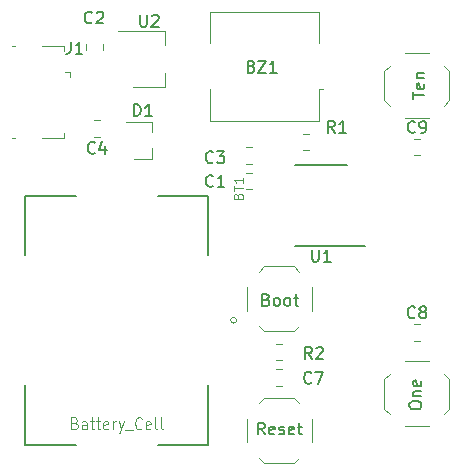
<source format=gbr>
G04 #@! TF.GenerationSoftware,KiCad,Pcbnew,5.1.4*
G04 #@! TF.CreationDate,2019-09-01T13:26:14+02:00*
G04 #@! TF.ProjectId,kroneum,6b726f6e-6575-46d2-9e6b-696361645f70,rev?*
G04 #@! TF.SameCoordinates,PX9eae8f0PY7ec80e0*
G04 #@! TF.FileFunction,Legend,Top*
G04 #@! TF.FilePolarity,Positive*
%FSLAX46Y46*%
G04 Gerber Fmt 4.6, Leading zero omitted, Abs format (unit mm)*
G04 Created by KiCad (PCBNEW 5.1.4) date 2019-09-01 13:26:14*
%MOMM*%
%LPD*%
G04 APERTURE LIST*
%ADD10C,0.120000*%
%ADD11C,0.150000*%
%ADD12C,0.100000*%
%ADD13C,0.050000*%
G04 APERTURE END LIST*
D10*
G04 #@! TO.C,J1*
X-36052500Y34190000D02*
X-36502500Y34190000D01*
X-36052500Y34190000D02*
X-36052500Y33740000D01*
X-36602500Y28590000D02*
X-36602500Y29040000D01*
X-38452500Y28590000D02*
X-36602500Y28590000D01*
X-41002500Y36390000D02*
X-40752500Y36390000D01*
X-41002500Y28590000D02*
X-40752500Y28590000D01*
X-38452500Y36390000D02*
X-36602500Y36390000D01*
X-36602500Y36390000D02*
X-36602500Y35940000D01*
D11*
G04 #@! TO.C,U1*
X-12590000Y26345000D02*
X-17040000Y26345000D01*
X-11065000Y19445000D02*
X-17040000Y19445000D01*
D10*
G04 #@! TO.C,U2*
X-28035000Y37680000D02*
X-28035000Y36480000D01*
X-32035000Y37680000D02*
X-28035000Y37680000D01*
X-28035000Y32880000D02*
X-30735000Y32880000D01*
X-28035000Y34080000D02*
X-28035000Y32880000D01*
G04 #@! TO.C,One*
X-8990000Y8640000D02*
X-9440000Y8190000D01*
X-8990000Y5240000D02*
X-9440000Y5690000D01*
X-4390000Y5240000D02*
X-3940000Y5690000D01*
X-4390000Y8640000D02*
X-3940000Y8190000D01*
X-5690000Y4190000D02*
X-7690000Y4190000D01*
X-9440000Y8190000D02*
X-9440000Y5690000D01*
X-5690000Y9690000D02*
X-7690000Y9690000D01*
X-3940000Y8190000D02*
X-3940000Y5690000D01*
G04 #@! TO.C,C1*
X-21176252Y24255000D02*
X-20653748Y24255000D01*
X-21176252Y25675000D02*
X-20653748Y25675000D01*
G04 #@! TO.C,C3*
X-21176252Y27825000D02*
X-20653748Y27825000D01*
X-21176252Y26405000D02*
X-20653748Y26405000D01*
G04 #@! TO.C,C7*
X-18103748Y7630000D02*
X-18626252Y7630000D01*
X-18103748Y9050000D02*
X-18626252Y9050000D01*
G04 #@! TO.C,C8*
X-6951252Y12850000D02*
X-6428748Y12850000D01*
X-6951252Y11430000D02*
X-6428748Y11430000D01*
G04 #@! TO.C,C9*
X-6951252Y27130000D02*
X-6428748Y27130000D01*
X-6951252Y28550000D02*
X-6428748Y28550000D01*
G04 #@! TO.C,R1*
X-16376252Y27555000D02*
X-15853748Y27555000D01*
X-16376252Y28975000D02*
X-15853748Y28975000D01*
G04 #@! TO.C,R2*
X-18103748Y9780000D02*
X-18626252Y9780000D01*
X-18103748Y11200000D02*
X-18626252Y11200000D01*
G04 #@! TO.C,D1*
X-29155000Y26840000D02*
X-29155000Y27770000D01*
X-29155000Y30000000D02*
X-29155000Y29070000D01*
X-29155000Y30000000D02*
X-31315000Y30000000D01*
X-29155000Y26840000D02*
X-30615000Y26840000D01*
G04 #@! TO.C,BZ1*
X-15005000Y32730000D02*
X-14675000Y32730000D01*
X-15005000Y39300000D02*
X-15005000Y36650000D01*
X-24225000Y39300000D02*
X-15005000Y39300000D01*
X-24225000Y36650000D02*
X-24225000Y39300000D01*
X-24225000Y30080000D02*
X-24225000Y32730000D01*
X-15005000Y30080000D02*
X-24225000Y30080000D01*
X-15005000Y32730000D02*
X-15005000Y30080000D01*
G04 #@! TO.C,Reset*
X-20065000Y1540000D02*
X-19615000Y1090000D01*
X-16665000Y1540000D02*
X-17115000Y1090000D01*
X-16665000Y6140000D02*
X-17115000Y6590000D01*
X-20065000Y6140000D02*
X-19615000Y6590000D01*
X-15615000Y4840000D02*
X-15615000Y2840000D01*
X-19615000Y1090000D02*
X-17115000Y1090000D01*
X-21115000Y4840000D02*
X-21115000Y2840000D01*
X-19615000Y6590000D02*
X-17115000Y6590000D01*
G04 #@! TO.C,Ten*
X-3940000Y34290000D02*
X-3940000Y31790000D01*
X-5690000Y35790000D02*
X-7690000Y35790000D01*
X-9440000Y34290000D02*
X-9440000Y31790000D01*
X-5690000Y30290000D02*
X-7690000Y30290000D01*
X-4390000Y34740000D02*
X-3940000Y34290000D01*
X-4390000Y31340000D02*
X-3940000Y31790000D01*
X-8990000Y31340000D02*
X-9440000Y31790000D01*
X-8990000Y34740000D02*
X-9440000Y34290000D01*
G04 #@! TO.C,Boot*
X-16665000Y17290000D02*
X-17115000Y17740000D01*
X-20065000Y17290000D02*
X-19615000Y17740000D01*
X-20065000Y12690000D02*
X-19615000Y12240000D01*
X-16665000Y12690000D02*
X-17115000Y12240000D01*
X-21115000Y13990000D02*
X-21115000Y15990000D01*
X-17115000Y17740000D02*
X-19615000Y17740000D01*
X-15615000Y13990000D02*
X-15615000Y15990000D01*
X-17115000Y12240000D02*
X-19615000Y12240000D01*
G04 #@! TO.C,C2*
X-33295000Y36561252D02*
X-33295000Y36038748D01*
X-34715000Y36561252D02*
X-34715000Y36038748D01*
G04 #@! TO.C,C4*
X-33521748Y30092000D02*
X-34044252Y30092000D01*
X-33521748Y28672000D02*
X-34044252Y28672000D01*
D11*
G04 #@! TO.C,BT1*
X-39840000Y23720000D02*
X-35590000Y23720000D01*
X-24340000Y23720000D02*
X-28590000Y23720000D01*
X-24340000Y2620000D02*
X-28590000Y2620000D01*
X-39840000Y2620000D02*
X-35590000Y2620000D01*
X-24340000Y23720000D02*
X-24340000Y18670000D01*
X-24340000Y2620000D02*
X-24340000Y7670000D01*
X-39840000Y23720000D02*
X-39840000Y18670000D01*
X-39840000Y2620000D02*
X-39840000Y7670000D01*
D12*
X-21965000Y13170000D02*
G75*
G03X-21965000Y13170000I-250000J0D01*
G01*
G04 #@! TD*
G04 #@! TO.C,J1*
D11*
X-36020334Y36742620D02*
X-36020334Y36028334D01*
X-36067953Y35885477D01*
X-36163191Y35790239D01*
X-36306048Y35742620D01*
X-36401286Y35742620D01*
X-35020334Y35742620D02*
X-35591762Y35742620D01*
X-35306048Y35742620D02*
X-35306048Y36742620D01*
X-35401286Y36599762D01*
X-35496524Y36504524D01*
X-35591762Y36456905D01*
G04 #@! TO.C,U1*
X-15576905Y19142620D02*
X-15576905Y18333096D01*
X-15529286Y18237858D01*
X-15481667Y18190239D01*
X-15386429Y18142620D01*
X-15195953Y18142620D01*
X-15100715Y18190239D01*
X-15053096Y18237858D01*
X-15005477Y18333096D01*
X-15005477Y19142620D01*
X-14005477Y18142620D02*
X-14576905Y18142620D01*
X-14291191Y18142620D02*
X-14291191Y19142620D01*
X-14386429Y18999762D01*
X-14481667Y18904524D01*
X-14576905Y18856905D01*
G04 #@! TO.C,U2*
X-30126905Y39027620D02*
X-30126905Y38218096D01*
X-30079286Y38122858D01*
X-30031667Y38075239D01*
X-29936429Y38027620D01*
X-29745953Y38027620D01*
X-29650715Y38075239D01*
X-29603096Y38122858D01*
X-29555477Y38218096D01*
X-29555477Y39027620D01*
X-29126905Y38932381D02*
X-29079286Y38980000D01*
X-28984048Y39027620D01*
X-28745953Y39027620D01*
X-28650715Y38980000D01*
X-28603096Y38932381D01*
X-28555477Y38837143D01*
X-28555477Y38741905D01*
X-28603096Y38599048D01*
X-29174524Y38027620D01*
X-28555477Y38027620D01*
G04 #@! TO.C,One*
X-7327620Y5883810D02*
X-7327620Y6074286D01*
X-7280000Y6169524D01*
X-7184762Y6264762D01*
X-6994286Y6312381D01*
X-6660953Y6312381D01*
X-6470477Y6264762D01*
X-6375239Y6169524D01*
X-6327620Y6074286D01*
X-6327620Y5883810D01*
X-6375239Y5788572D01*
X-6470477Y5693334D01*
X-6660953Y5645715D01*
X-6994286Y5645715D01*
X-7184762Y5693334D01*
X-7280000Y5788572D01*
X-7327620Y5883810D01*
X-6994286Y6740953D02*
X-6327620Y6740953D01*
X-6899048Y6740953D02*
X-6946667Y6788572D01*
X-6994286Y6883810D01*
X-6994286Y7026667D01*
X-6946667Y7121905D01*
X-6851429Y7169524D01*
X-6327620Y7169524D01*
X-6375239Y8026667D02*
X-6327620Y7931429D01*
X-6327620Y7740953D01*
X-6375239Y7645715D01*
X-6470477Y7598096D01*
X-6851429Y7598096D01*
X-6946667Y7645715D01*
X-6994286Y7740953D01*
X-6994286Y7931429D01*
X-6946667Y8026667D01*
X-6851429Y8074286D01*
X-6756191Y8074286D01*
X-6660953Y7598096D01*
G04 #@! TO.C,C1*
X-23956667Y24560258D02*
X-24004286Y24512639D01*
X-24147143Y24465020D01*
X-24242381Y24465020D01*
X-24385239Y24512639D01*
X-24480477Y24607877D01*
X-24528096Y24703115D01*
X-24575715Y24893591D01*
X-24575715Y25036448D01*
X-24528096Y25226924D01*
X-24480477Y25322162D01*
X-24385239Y25417400D01*
X-24242381Y25465020D01*
X-24147143Y25465020D01*
X-24004286Y25417400D01*
X-23956667Y25369781D01*
X-23004286Y24465020D02*
X-23575715Y24465020D01*
X-23290000Y24465020D02*
X-23290000Y25465020D01*
X-23385239Y25322162D01*
X-23480477Y25226924D01*
X-23575715Y25179305D01*
G04 #@! TO.C,C3*
X-23956667Y26566858D02*
X-24004286Y26519239D01*
X-24147143Y26471620D01*
X-24242381Y26471620D01*
X-24385239Y26519239D01*
X-24480477Y26614477D01*
X-24528096Y26709715D01*
X-24575715Y26900191D01*
X-24575715Y27043048D01*
X-24528096Y27233524D01*
X-24480477Y27328762D01*
X-24385239Y27424000D01*
X-24242381Y27471620D01*
X-24147143Y27471620D01*
X-24004286Y27424000D01*
X-23956667Y27376381D01*
X-23623334Y27471620D02*
X-23004286Y27471620D01*
X-23337620Y27090667D01*
X-23194762Y27090667D01*
X-23099524Y27043048D01*
X-23051905Y26995429D01*
X-23004286Y26900191D01*
X-23004286Y26662096D01*
X-23051905Y26566858D01*
X-23099524Y26519239D01*
X-23194762Y26471620D01*
X-23480477Y26471620D01*
X-23575715Y26519239D01*
X-23623334Y26566858D01*
G04 #@! TO.C,C7*
X-15626667Y7902858D02*
X-15674286Y7855239D01*
X-15817143Y7807620D01*
X-15912381Y7807620D01*
X-16055239Y7855239D01*
X-16150477Y7950477D01*
X-16198096Y8045715D01*
X-16245715Y8236191D01*
X-16245715Y8379048D01*
X-16198096Y8569524D01*
X-16150477Y8664762D01*
X-16055239Y8760000D01*
X-15912381Y8807620D01*
X-15817143Y8807620D01*
X-15674286Y8760000D01*
X-15626667Y8712381D01*
X-15293334Y8807620D02*
X-14626667Y8807620D01*
X-15055239Y7807620D01*
G04 #@! TO.C,C8*
X-6856667Y13432858D02*
X-6904286Y13385239D01*
X-7047143Y13337620D01*
X-7142381Y13337620D01*
X-7285239Y13385239D01*
X-7380477Y13480477D01*
X-7428096Y13575715D01*
X-7475715Y13766191D01*
X-7475715Y13909048D01*
X-7428096Y14099524D01*
X-7380477Y14194762D01*
X-7285239Y14290000D01*
X-7142381Y14337620D01*
X-7047143Y14337620D01*
X-6904286Y14290000D01*
X-6856667Y14242381D01*
X-6285239Y13909048D02*
X-6380477Y13956667D01*
X-6428096Y14004286D01*
X-6475715Y14099524D01*
X-6475715Y14147143D01*
X-6428096Y14242381D01*
X-6380477Y14290000D01*
X-6285239Y14337620D01*
X-6094762Y14337620D01*
X-5999524Y14290000D01*
X-5951905Y14242381D01*
X-5904286Y14147143D01*
X-5904286Y14099524D01*
X-5951905Y14004286D01*
X-5999524Y13956667D01*
X-6094762Y13909048D01*
X-6285239Y13909048D01*
X-6380477Y13861429D01*
X-6428096Y13813810D01*
X-6475715Y13718572D01*
X-6475715Y13528096D01*
X-6428096Y13432858D01*
X-6380477Y13385239D01*
X-6285239Y13337620D01*
X-6094762Y13337620D01*
X-5999524Y13385239D01*
X-5951905Y13432858D01*
X-5904286Y13528096D01*
X-5904286Y13718572D01*
X-5951905Y13813810D01*
X-5999524Y13861429D01*
X-6094762Y13909048D01*
G04 #@! TO.C,C9*
X-6856667Y29132858D02*
X-6904286Y29085239D01*
X-7047143Y29037620D01*
X-7142381Y29037620D01*
X-7285239Y29085239D01*
X-7380477Y29180477D01*
X-7428096Y29275715D01*
X-7475715Y29466191D01*
X-7475715Y29609048D01*
X-7428096Y29799524D01*
X-7380477Y29894762D01*
X-7285239Y29990000D01*
X-7142381Y30037620D01*
X-7047143Y30037620D01*
X-6904286Y29990000D01*
X-6856667Y29942381D01*
X-6380477Y29037620D02*
X-6190000Y29037620D01*
X-6094762Y29085239D01*
X-6047143Y29132858D01*
X-5951905Y29275715D01*
X-5904286Y29466191D01*
X-5904286Y29847143D01*
X-5951905Y29942381D01*
X-5999524Y29990000D01*
X-6094762Y30037620D01*
X-6285239Y30037620D01*
X-6380477Y29990000D01*
X-6428096Y29942381D01*
X-6475715Y29847143D01*
X-6475715Y29609048D01*
X-6428096Y29513810D01*
X-6380477Y29466191D01*
X-6285239Y29418572D01*
X-6094762Y29418572D01*
X-5999524Y29466191D01*
X-5951905Y29513810D01*
X-5904286Y29609048D01*
G04 #@! TO.C,R1*
X-13654067Y29062420D02*
X-13987400Y29538610D01*
X-14225496Y29062420D02*
X-14225496Y30062420D01*
X-13844543Y30062420D01*
X-13749305Y30014800D01*
X-13701686Y29967181D01*
X-13654067Y29871943D01*
X-13654067Y29729086D01*
X-13701686Y29633848D01*
X-13749305Y29586229D01*
X-13844543Y29538610D01*
X-14225496Y29538610D01*
X-12701686Y29062420D02*
X-13273115Y29062420D01*
X-12987400Y29062420D02*
X-12987400Y30062420D01*
X-13082639Y29919562D01*
X-13177877Y29824324D01*
X-13273115Y29776705D01*
G04 #@! TO.C,R2*
X-15596667Y9887620D02*
X-15930000Y10363810D01*
X-16168096Y9887620D02*
X-16168096Y10887620D01*
X-15787143Y10887620D01*
X-15691905Y10840000D01*
X-15644286Y10792381D01*
X-15596667Y10697143D01*
X-15596667Y10554286D01*
X-15644286Y10459048D01*
X-15691905Y10411429D01*
X-15787143Y10363810D01*
X-16168096Y10363810D01*
X-15215715Y10792381D02*
X-15168096Y10840000D01*
X-15072858Y10887620D01*
X-14834762Y10887620D01*
X-14739524Y10840000D01*
X-14691905Y10792381D01*
X-14644286Y10697143D01*
X-14644286Y10601905D01*
X-14691905Y10459048D01*
X-15263334Y9887620D01*
X-14644286Y9887620D01*
G04 #@! TO.C,D1*
X-30653096Y30467620D02*
X-30653096Y31467620D01*
X-30415000Y31467620D01*
X-30272143Y31420000D01*
X-30176905Y31324762D01*
X-30129286Y31229524D01*
X-30081667Y31039048D01*
X-30081667Y30896191D01*
X-30129286Y30705715D01*
X-30176905Y30610477D01*
X-30272143Y30515239D01*
X-30415000Y30467620D01*
X-30653096Y30467620D01*
X-29129286Y30467620D02*
X-29700715Y30467620D01*
X-29415000Y30467620D02*
X-29415000Y31467620D01*
X-29510239Y31324762D01*
X-29605477Y31229524D01*
X-29700715Y31181905D01*
G04 #@! TO.C,BZ1*
X-20700953Y34671429D02*
X-20558096Y34623810D01*
X-20510477Y34576191D01*
X-20462858Y34480953D01*
X-20462858Y34338096D01*
X-20510477Y34242858D01*
X-20558096Y34195239D01*
X-20653334Y34147620D01*
X-21034286Y34147620D01*
X-21034286Y35147620D01*
X-20700953Y35147620D01*
X-20605715Y35100000D01*
X-20558096Y35052381D01*
X-20510477Y34957143D01*
X-20510477Y34861905D01*
X-20558096Y34766667D01*
X-20605715Y34719048D01*
X-20700953Y34671429D01*
X-21034286Y34671429D01*
X-20129524Y35147620D02*
X-19462858Y35147620D01*
X-20129524Y34147620D01*
X-19462858Y34147620D01*
X-18558096Y34147620D02*
X-19129524Y34147620D01*
X-18843810Y34147620D02*
X-18843810Y35147620D01*
X-18939048Y35004762D01*
X-19034286Y34909524D01*
X-19129524Y34861905D01*
G04 #@! TO.C,Reset*
X-19598096Y3507620D02*
X-19931429Y3983810D01*
X-20169524Y3507620D02*
X-20169524Y4507620D01*
X-19788572Y4507620D01*
X-19693334Y4460000D01*
X-19645715Y4412381D01*
X-19598096Y4317143D01*
X-19598096Y4174286D01*
X-19645715Y4079048D01*
X-19693334Y4031429D01*
X-19788572Y3983810D01*
X-20169524Y3983810D01*
X-18788572Y3555239D02*
X-18883810Y3507620D01*
X-19074286Y3507620D01*
X-19169524Y3555239D01*
X-19217143Y3650477D01*
X-19217143Y4031429D01*
X-19169524Y4126667D01*
X-19074286Y4174286D01*
X-18883810Y4174286D01*
X-18788572Y4126667D01*
X-18740953Y4031429D01*
X-18740953Y3936191D01*
X-19217143Y3840953D01*
X-18360000Y3555239D02*
X-18264762Y3507620D01*
X-18074286Y3507620D01*
X-17979048Y3555239D01*
X-17931429Y3650477D01*
X-17931429Y3698096D01*
X-17979048Y3793334D01*
X-18074286Y3840953D01*
X-18217143Y3840953D01*
X-18312381Y3888572D01*
X-18360000Y3983810D01*
X-18360000Y4031429D01*
X-18312381Y4126667D01*
X-18217143Y4174286D01*
X-18074286Y4174286D01*
X-17979048Y4126667D01*
X-17121905Y3555239D02*
X-17217143Y3507620D01*
X-17407620Y3507620D01*
X-17502858Y3555239D01*
X-17550477Y3650477D01*
X-17550477Y4031429D01*
X-17502858Y4126667D01*
X-17407620Y4174286D01*
X-17217143Y4174286D01*
X-17121905Y4126667D01*
X-17074286Y4031429D01*
X-17074286Y3936191D01*
X-17550477Y3840953D01*
X-16788572Y4174286D02*
X-16407620Y4174286D01*
X-16645715Y4507620D02*
X-16645715Y3650477D01*
X-16598096Y3555239D01*
X-16502858Y3507620D01*
X-16407620Y3507620D01*
G04 #@! TO.C,Ten*
X-7057620Y31923334D02*
X-7057620Y32494762D01*
X-6057620Y32209048D02*
X-7057620Y32209048D01*
X-6105239Y33209048D02*
X-6057620Y33113810D01*
X-6057620Y32923334D01*
X-6105239Y32828096D01*
X-6200477Y32780477D01*
X-6581429Y32780477D01*
X-6676667Y32828096D01*
X-6724286Y32923334D01*
X-6724286Y33113810D01*
X-6676667Y33209048D01*
X-6581429Y33256667D01*
X-6486191Y33256667D01*
X-6390953Y32780477D01*
X-6724286Y33685239D02*
X-6057620Y33685239D01*
X-6629048Y33685239D02*
X-6676667Y33732858D01*
X-6724286Y33828096D01*
X-6724286Y33970953D01*
X-6676667Y34066191D01*
X-6581429Y34113810D01*
X-6057620Y34113810D01*
G04 #@! TO.C,Boot*
X-19449048Y14921429D02*
X-19306191Y14873810D01*
X-19258572Y14826191D01*
X-19210953Y14730953D01*
X-19210953Y14588096D01*
X-19258572Y14492858D01*
X-19306191Y14445239D01*
X-19401429Y14397620D01*
X-19782381Y14397620D01*
X-19782381Y15397620D01*
X-19449048Y15397620D01*
X-19353810Y15350000D01*
X-19306191Y15302381D01*
X-19258572Y15207143D01*
X-19258572Y15111905D01*
X-19306191Y15016667D01*
X-19353810Y14969048D01*
X-19449048Y14921429D01*
X-19782381Y14921429D01*
X-18639524Y14397620D02*
X-18734762Y14445239D01*
X-18782381Y14492858D01*
X-18830000Y14588096D01*
X-18830000Y14873810D01*
X-18782381Y14969048D01*
X-18734762Y15016667D01*
X-18639524Y15064286D01*
X-18496667Y15064286D01*
X-18401429Y15016667D01*
X-18353810Y14969048D01*
X-18306191Y14873810D01*
X-18306191Y14588096D01*
X-18353810Y14492858D01*
X-18401429Y14445239D01*
X-18496667Y14397620D01*
X-18639524Y14397620D01*
X-17734762Y14397620D02*
X-17830000Y14445239D01*
X-17877620Y14492858D01*
X-17925239Y14588096D01*
X-17925239Y14873810D01*
X-17877620Y14969048D01*
X-17830000Y15016667D01*
X-17734762Y15064286D01*
X-17591905Y15064286D01*
X-17496667Y15016667D01*
X-17449048Y14969048D01*
X-17401429Y14873810D01*
X-17401429Y14588096D01*
X-17449048Y14492858D01*
X-17496667Y14445239D01*
X-17591905Y14397620D01*
X-17734762Y14397620D01*
X-17115715Y15064286D02*
X-16734762Y15064286D01*
X-16972858Y15397620D02*
X-16972858Y14540477D01*
X-16925239Y14445239D01*
X-16830000Y14397620D01*
X-16734762Y14397620D01*
G04 #@! TO.C,C2*
X-34202667Y38403258D02*
X-34250286Y38355639D01*
X-34393143Y38308020D01*
X-34488381Y38308020D01*
X-34631239Y38355639D01*
X-34726477Y38450877D01*
X-34774096Y38546115D01*
X-34821715Y38736591D01*
X-34821715Y38879448D01*
X-34774096Y39069924D01*
X-34726477Y39165162D01*
X-34631239Y39260400D01*
X-34488381Y39308020D01*
X-34393143Y39308020D01*
X-34250286Y39260400D01*
X-34202667Y39212781D01*
X-33821715Y39212781D02*
X-33774096Y39260400D01*
X-33678858Y39308020D01*
X-33440762Y39308020D01*
X-33345524Y39260400D01*
X-33297905Y39212781D01*
X-33250286Y39117543D01*
X-33250286Y39022305D01*
X-33297905Y38879448D01*
X-33869334Y38308020D01*
X-33250286Y38308020D01*
G04 #@! TO.C,C4*
X-33949667Y27374858D02*
X-33997286Y27327239D01*
X-34140143Y27279620D01*
X-34235381Y27279620D01*
X-34378239Y27327239D01*
X-34473477Y27422477D01*
X-34521096Y27517715D01*
X-34568715Y27708191D01*
X-34568715Y27851048D01*
X-34521096Y28041524D01*
X-34473477Y28136762D01*
X-34378239Y28232000D01*
X-34235381Y28279620D01*
X-34140143Y28279620D01*
X-33997286Y28232000D01*
X-33949667Y28184381D01*
X-33092524Y27946286D02*
X-33092524Y27279620D01*
X-33330620Y28327239D02*
X-33568715Y27612953D01*
X-32949667Y27612953D01*
G04 #@! TO.C,BT1*
D13*
X-21846243Y23701327D02*
X-21808748Y23813813D01*
X-21771253Y23851309D01*
X-21696262Y23888804D01*
X-21583776Y23888804D01*
X-21508785Y23851309D01*
X-21471290Y23813813D01*
X-21433795Y23738823D01*
X-21433795Y23438860D01*
X-22221197Y23438860D01*
X-22221197Y23701327D01*
X-22183701Y23776318D01*
X-22146206Y23813813D01*
X-22071215Y23851309D01*
X-21996225Y23851309D01*
X-21921234Y23813813D01*
X-21883739Y23776318D01*
X-21846243Y23701327D01*
X-21846243Y23438860D01*
X-22221197Y24113776D02*
X-22221197Y24563720D01*
X-21433795Y24338748D02*
X-22221197Y24338748D01*
X-21433795Y25238636D02*
X-21433795Y24788692D01*
X-21433795Y25013664D02*
X-22221197Y25013664D01*
X-22108711Y24938673D01*
X-22033720Y24863683D01*
X-21996225Y24788692D01*
X-35645286Y4465629D02*
X-35516715Y4418010D01*
X-35473858Y4370391D01*
X-35431000Y4275153D01*
X-35431000Y4132296D01*
X-35473858Y4037058D01*
X-35516715Y3989439D01*
X-35602429Y3941820D01*
X-35945286Y3941820D01*
X-35945286Y4941820D01*
X-35645286Y4941820D01*
X-35559572Y4894200D01*
X-35516715Y4846581D01*
X-35473858Y4751343D01*
X-35473858Y4656105D01*
X-35516715Y4560867D01*
X-35559572Y4513248D01*
X-35645286Y4465629D01*
X-35945286Y4465629D01*
X-34659572Y3941820D02*
X-34659572Y4465629D01*
X-34702429Y4560867D01*
X-34788143Y4608486D01*
X-34959572Y4608486D01*
X-35045286Y4560867D01*
X-34659572Y3989439D02*
X-34745286Y3941820D01*
X-34959572Y3941820D01*
X-35045286Y3989439D01*
X-35088143Y4084677D01*
X-35088143Y4179915D01*
X-35045286Y4275153D01*
X-34959572Y4322772D01*
X-34745286Y4322772D01*
X-34659572Y4370391D01*
X-34359572Y4608486D02*
X-34016715Y4608486D01*
X-34231000Y4941820D02*
X-34231000Y4084677D01*
X-34188143Y3989439D01*
X-34102429Y3941820D01*
X-34016715Y3941820D01*
X-33845286Y4608486D02*
X-33502429Y4608486D01*
X-33716715Y4941820D02*
X-33716715Y4084677D01*
X-33673858Y3989439D01*
X-33588143Y3941820D01*
X-33502429Y3941820D01*
X-32859572Y3989439D02*
X-32945286Y3941820D01*
X-33116715Y3941820D01*
X-33202429Y3989439D01*
X-33245286Y4084677D01*
X-33245286Y4465629D01*
X-33202429Y4560867D01*
X-33116715Y4608486D01*
X-32945286Y4608486D01*
X-32859572Y4560867D01*
X-32816715Y4465629D01*
X-32816715Y4370391D01*
X-33245286Y4275153D01*
X-32431000Y3941820D02*
X-32431000Y4608486D01*
X-32431000Y4418010D02*
X-32388143Y4513248D01*
X-32345286Y4560867D01*
X-32259572Y4608486D01*
X-32173858Y4608486D01*
X-31959572Y4608486D02*
X-31745286Y3941820D01*
X-31531000Y4608486D02*
X-31745286Y3941820D01*
X-31831000Y3703724D01*
X-31873858Y3656105D01*
X-31959572Y3608486D01*
X-31402429Y3846581D02*
X-30716715Y3846581D01*
X-29988143Y4037058D02*
X-30031000Y3989439D01*
X-30159572Y3941820D01*
X-30245286Y3941820D01*
X-30373858Y3989439D01*
X-30459572Y4084677D01*
X-30502429Y4179915D01*
X-30545286Y4370391D01*
X-30545286Y4513248D01*
X-30502429Y4703724D01*
X-30459572Y4798962D01*
X-30373858Y4894200D01*
X-30245286Y4941820D01*
X-30159572Y4941820D01*
X-30031000Y4894200D01*
X-29988143Y4846581D01*
X-29259572Y3989439D02*
X-29345286Y3941820D01*
X-29516715Y3941820D01*
X-29602429Y3989439D01*
X-29645286Y4084677D01*
X-29645286Y4465629D01*
X-29602429Y4560867D01*
X-29516715Y4608486D01*
X-29345286Y4608486D01*
X-29259572Y4560867D01*
X-29216715Y4465629D01*
X-29216715Y4370391D01*
X-29645286Y4275153D01*
X-28702429Y3941820D02*
X-28788143Y3989439D01*
X-28831000Y4084677D01*
X-28831000Y4941820D01*
X-28231000Y3941820D02*
X-28316715Y3989439D01*
X-28359572Y4084677D01*
X-28359572Y4941820D01*
G04 #@! TD*
M02*

</source>
